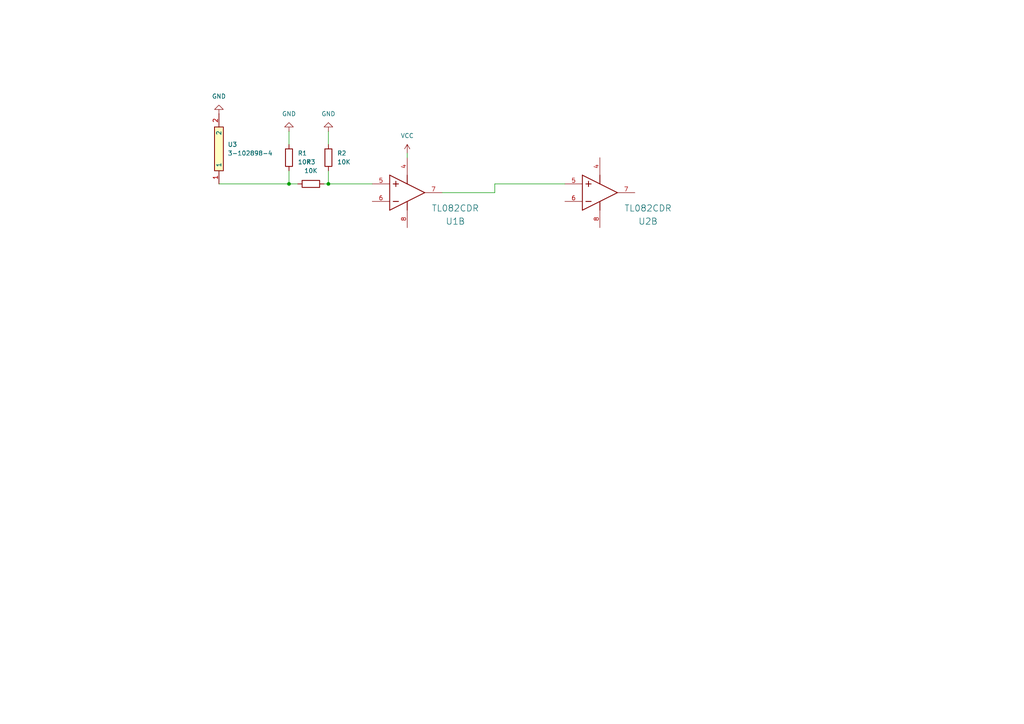
<source format=kicad_sch>
(kicad_sch (version 20250114) (generator "eeschema") (generator_version "9.0")
  (paper "A4")
  (lib_symbols
    (symbol "3-102898-4:3-102898-4" (pin_names (offset 1.0142))
      (property "Reference" "U?" (at 0 7.0357 0))
      (property "Value" "3-102898-4" (at 0 5.2577 0))
      (symbol "3-102898-4_1_1"
        (rectangle (start -6.35 -1.27) (end 6.35 1.27) (stroke (width 0.254)) (fill (type background)))
        (pin passive line (at -10.16 0 0) (length 3.81) (name "1") (number "1"))
        (pin passive line (at 10.16 0 180) (length 3.81) (name "2") (number "2"))
      )
    )
    (symbol "Device:R" (pin_numbers (hide yes)) (pin_names (offset 0))
      (property "Reference" "R" (at 2.032 0 90))
      (property "Value" "R" (at 0 0 90))
      (symbol "R_0_1"
        (rectangle (start -1.016 -2.54) (end 1.016 2.54) (stroke (width 0.254)))
      )
      (symbol "R_1_1"
        (pin passive line (at 0 3.81 270) (length 1.27) (name "~") (number "1"))
        (pin passive line (at 0 -3.81 90) (length 1.27) (name "~") (number "2"))
      )
    )
    (symbol "TL082CDR:TL082CDR"
      (property "Reference" "U" (at -1.27 1.27 0))
      (property "Value" "TL082CDR" (at -1.27 -3.81 0))
      (symbol "TL082CDR_0_0"
        (pin power_in line (at 5.08 5.08 270) (length 5.08) (name "VCC+") (number "8"))
        (pin power_in line (at 5.08 -15.24 90) (length 5.08) (name "VCC-") (number "4"))
      )
      (symbol "TL082CDR_1_0"
        (polyline (pts (xy 0 0) (xy 0 -10.16)) (stroke (width 0.254)))
        (polyline (pts (xy 0 0) (xy 10.16 -5.08)) (stroke (width 0.254)))
        (polyline (pts (xy 0 -10.16) (xy 10.16 -5.08)) (stroke (width 0.254)))
        (polyline (pts (xy 1.016 -2.54) (xy 2.54 -2.54)) (stroke (width 0.254)))
        (polyline (pts (xy 1.016 -7.62) (xy 2.54 -7.62)) (stroke (width 0.254)))
        (polyline (pts (xy 1.778 -6.858) (xy 1.778 -8.382)) (stroke (width 0.254)))
        (polyline (pts (xy 5.08 0) (xy 5.08 -2.54)) (stroke (width 0.254)))
        (polyline (pts (xy 5.08 -7.62) (xy 5.08 -10.16)) (stroke (width 0.254)))
        (pin input line (at -5.08 -2.54 0) (length 5.08) (name "IN1-") (number "2"))
        (pin input line (at -5.08 -7.62 0) (length 5.08) (name "IN1+") (number "3"))
        (pin output line (at 15.24 -5.08 180) (length 5.08) (name "OUT1") (number "1"))
      )
      (symbol "TL082CDR_2_0"
        (polyline (pts (xy 0 0) (xy 0 -10.16)) (stroke (width 0.254)))
        (polyline (pts (xy 0 0) (xy 10.16 -5.08)) (stroke (width 0.254)))
        (polyline (pts (xy 0 -10.16) (xy 10.16 -5.08)) (stroke (width 0.254)))
        (polyline (pts (xy 1.016 -2.54) (xy 2.54 -2.54)) (stroke (width 0.254)))
        (polyline (pts (xy 1.016 -7.62) (xy 2.54 -7.62)) (stroke (width 0.254)))
        (polyline (pts (xy 1.778 -6.858) (xy 1.778 -8.382)) (stroke (width 0.254)))
        (polyline (pts (xy 5.08 0) (xy 5.08 -2.54)) (stroke (width 0.254)))
        (polyline (pts (xy 5.08 -7.62) (xy 5.08 -10.16)) (stroke (width 0.254)))
        (pin input line (at -5.08 -2.54 0) (length 5.08) (name "IN2-") (number "6"))
        (pin input line (at -5.08 -7.62 0) (length 5.08) (name "IN2+") (number "5"))
        (pin output line (at 15.24 -5.08 180) (length 5.08) (name "OUT2") (number "7"))
      )
    )
    (symbol "power:GND" (power) (pin_numbers (hide yes)) (pin_names (offset 0) (hide yes))
      (property "Value" "GND" (at 0 -3.81 0))
      (symbol "GND_0_1"
        (polyline (pts (xy 0 0) (xy 0 -1.27) (xy 1.27 -1.27) (xy 0 -2.54) (xy -1.27 -1.27) (xy 0 -1.27)))
      )
      (symbol "GND_1_1"
        (pin power_in line (at 0 0 270) (length 0) (name "~") (number "1"))
      )
    )
    (symbol "power:VCC" (power) (pin_numbers (hide yes)) (pin_names (offset 0) (hide yes))
      (property "Value" "VCC" (at 0 3.556 0))
      (symbol "VCC_0_1"
        (polyline (pts (xy -0.762 1.27) (xy 0 2.54)))
        (polyline (pts (xy 0 2.54) (xy 0.762 1.27)))
        (polyline (pts (xy 0 0) (xy 0 2.54)))
      )
      (symbol "VCC_1_1"
        (pin power_in line (at 0 0 90) (length 0) (name "~") (number "1"))
      )
    )
  )
  (junction (at 83.82 53.34))
  (junction (at 95.25 53.34))
  (wire (pts (xy 95.25 53.34) (xy 95.25 49.53)))
  (wire (pts (xy 83.82 53.34) (xy 86.36 53.34)))
  (wire (pts (xy 83.82 49.53) (xy 83.82 53.34)))
  (wire (pts (xy 93.98 53.34) (xy 95.25 53.34)))
  (wire (pts (xy 95.25 38.1) (xy 95.25 41.91)))
  (wire (pts (xy 83.82 38.1) (xy 83.82 41.91)))
  (wire (pts (xy 143.51 55.88) (xy 143.51 53.34)))
  (wire (pts (xy 118.11 44.45) (xy 118.11 45.72)))
  (wire (pts (xy 143.51 53.34) (xy 163.83 53.34)))
  (wire (pts (xy 107.95 53.34) (xy 95.25 53.34)))
  (wire (pts (xy 63.5 53.34) (xy 83.82 53.34)))
  (wire (pts (xy 143.51 55.88) (xy 128.27 55.88)))
  (symbol (lib_id "power:GND") (at 63.5 33.02 180) (unit 1)
    (property "Reference" "#PWR04" (effects (hide yes)))
    (property "Value" "GND" (at 63.5 27.94 0))
    (property "Description" "Power symbol creates a global label with name \"GND\" , ground" (effects (hide yes)))
  )
  (symbol (lib_id "TL082CDR:TL082CDR") (at 168.91 60.96 0) (mirror x) (unit 2)
    (property "Reference" "U2" (at 187.96 64.2052 0) (effects (font (size 1.8288 1.8288))))
    (property "Value" "TL082CDR" (at 187.96 60.3952 0) (effects (font (size 1.8288 1.8288))))
    (property "Footprint" "kicad_api_lib:TL082CDR" (effects (hide yes)))
    (property "Datasheet" "http://file.elecfans.com/web1/M00/9F/0A/o4YBAF1BW0WAXENQACfs4zQbQZM078.pdf?filename=o4YBAF1BW0WAXENQACfs4zQbQZM078.pdf" (effects (hide yes)))
    (property "Description" "JFET-Input Operational Amplifier, 7 to 36 V, 0 to 70 degC, 8-pin SOIC (D8), Green (RoHS & no Sb/Br)" (effects (hide yes)))
    (property "MPN" "TL082CDR" (effects (hide yes)))
    (property "Manufacturer" "Texas Instruments (TI)" (effects (hide yes)))
    (property "amplifier_type" "J-FET" (effects (hide yes)))
    (property "bandwidth" "3 MHz" (effects (hide yes)))
    (property "body_length" "4.9 mm" (effects (hide yes)))
    (property "body_width" "3.91 mm" (effects (hide yes)))
    (property "cmrr" "70 dB" (effects (hide yes)))
    (property "contact_plating" "Gold" (effects (hide yes)))
    (property "gain_bandwidth_product" "3 MHz" (effects (hide yes)))
    (property "height" "1.58 mm" (effects (hide yes)))
    (property "huaqiu_pn" "G0034262" (effects (hide yes)))
    (property "input_bias_current" "400 pA" (effects (hide yes)))
    (property "input_offset_voltage" "15 mV" (effects (hide yes)))
    (property "io_voltage" "15 mV" (effects (hide yes)))
    (property "iq_per_channel" "1.4 mA" (effects (hide yes)))
    (property "lead_free" "Lead Free" (effects (hide yes)))
    (property "mount" "SMT" (effects (hide yes)))
    (property "number_of_amplifiers" "2" (effects (hide yes)))
    (property "number_of_channels" "2" (effects (hide yes)))
    (property "number_of_circuits" "2" (effects (hide yes)))
    (property "number_of_elements" "2" (effects (hide yes)))
    (property "operating_temperature" "70 °C" (effects (hide yes)))
    (property "package" "SOIC-8" (effects (hide yes)))
    (property "package_quantity" "1" (effects (hide yes)))
    (property "packaging" "Tape and Reel" (effects (hide yes)))
    (property "pins" "8" (effects (hide yes)))
    (property "power_dissipation" "680 mW" (effects (hide yes)))
    (property "power_supply_rejection_ratio" "70 dB" (effects (hide yes)))
    (property "radiation_hardening" "No" (effects (hide yes)))
    (property "reach_svhc_compliant" "No SVHC" (effects (hide yes)))
    (property "slew_rate" "13 V/µs" (effects (hide yes)))
    (property "supply_current" "1.4 mA, 5.6 mA" (effects (hide yes)))
    (property "supply_voltage" "3.5 V" (effects (hide yes)))
    (property "voltage_gain" "106.02 dB" (effects (hide yes)))
  )
  (symbol (lib_id "power:GND") (at 95.25 38.1 180) (unit 1)
    (property "Reference" "#PWR02" (effects (hide yes)))
    (property "Value" "GND" (at 95.25 33.02 0))
    (property "Description" "Power symbol creates a global label with name \"GND\" , ground" (effects (hide yes)))
  )
  (symbol (lib_id "Device:R") (at 95.25 45.72 180) (unit 1)
    (property "Reference" "R2" (at 97.79 44.4499 0) (effects (justify right)))
    (property "Value" "10K" (at 97.79 46.9899 0) (effects (justify right)))
    (property "Footprint" "Resistor_SMD:R_01005_0402Metric" (effects (hide yes)))
    (property "Description" "Resistor" (effects (hide yes)))
  )
  (symbol (lib_id "Device:R") (at 90.17 53.34 270) (unit 1)
    (property "Reference" "R3" (at 90.17 46.99 90))
    (property "Value" "10K" (at 90.17 49.53 90))
    (property "Footprint" "Resistor_SMD:R_01005_0402Metric" (effects (hide yes)))
    (property "Description" "Resistor" (effects (hide yes)))
  )
  (symbol (lib_id "TL082CDR:TL082CDR") (at 113.03 60.96 0) (mirror x) (unit 2)
    (property "Reference" "U1" (at 132.08 64.2052 0) (effects (font (size 1.8288 1.8288))))
    (property "Value" "TL082CDR" (at 132.08 60.3952 0) (effects (font (size 1.8288 1.8288))))
    (property "Footprint" "kicad_api_lib:TL082CDR" (effects (hide yes)))
    (property "Datasheet" "http://file.elecfans.com/web1/M00/9F/0A/o4YBAF1BW0WAXENQACfs4zQbQZM078.pdf?filename=o4YBAF1BW0WAXENQACfs4zQbQZM078.pdf" (effects (hide yes)))
    (property "Description" "JFET-Input Operational Amplifier, 7 to 36 V, 0 to 70 degC, 8-pin SOIC (D8), Green (RoHS & no Sb/Br)" (effects (hide yes)))
    (property "MPN" "TL082CDR" (effects (hide yes)))
    (property "Manufacturer" "Texas Instruments (TI)" (effects (hide yes)))
    (property "amplifier_type" "J-FET" (effects (hide yes)))
    (property "bandwidth" "3 MHz" (effects (hide yes)))
    (property "body_length" "4.9 mm" (effects (hide yes)))
    (property "body_width" "3.91 mm" (effects (hide yes)))
    (property "cmrr" "70 dB" (effects (hide yes)))
    (property "contact_plating" "Gold" (effects (hide yes)))
    (property "gain_bandwidth_product" "3 MHz" (effects (hide yes)))
    (property "height" "1.58 mm" (effects (hide yes)))
    (property "huaqiu_pn" "G0034262" (effects (hide yes)))
    (property "input_bias_current" "400 pA" (effects (hide yes)))
    (property "input_offset_voltage" "15 mV" (effects (hide yes)))
    (property "io_voltage" "15 mV" (effects (hide yes)))
    (property "iq_per_channel" "1.4 mA" (effects (hide yes)))
    (property "lead_free" "Lead Free" (effects (hide yes)))
    (property "mount" "SMT" (effects (hide yes)))
    (property "number_of_amplifiers" "2" (effects (hide yes)))
    (property "number_of_channels" "2" (effects (hide yes)))
    (property "number_of_circuits" "2" (effects (hide yes)))
    (property "number_of_elements" "2" (effects (hide yes)))
    (property "operating_temperature" "70 °C" (effects (hide yes)))
    (property "package" "SOIC-8" (effects (hide yes)))
    (property "package_quantity" "1" (effects (hide yes)))
    (property "packaging" "Tape and Reel" (effects (hide yes)))
    (property "pins" "8" (effects (hide yes)))
    (property "power_dissipation" "680 mW" (effects (hide yes)))
    (property "power_supply_rejection_ratio" "70 dB" (effects (hide yes)))
    (property "radiation_hardening" "No" (effects (hide yes)))
    (property "reach_svhc_compliant" "No SVHC" (effects (hide yes)))
    (property "slew_rate" "13 V/µs" (effects (hide yes)))
    (property "supply_current" "1.4 mA, 5.6 mA" (effects (hide yes)))
    (property "supply_voltage" "3.5 V" (effects (hide yes)))
    (property "voltage_gain" "106.02 dB" (effects (hide yes)))
  )
  (symbol (lib_id "power:VCC") (at 118.11 44.45 0) (unit 1)
    (property "Reference" "#PWR01" (effects (hide yes)))
    (property "Value" "VCC" (at 118.11 39.37 0))
    (property "Description" "Power symbol creates a global label with name \"VCC\"" (effects (hide yes)))
  )
  (symbol (lib_id "3-102898-4:3-102898-4") (at 63.5 43.18 90) (unit 1)
    (property "Reference" "U3" (at 66.04 41.9099 90) (effects (justify right)))
    (property "Value" "3-102898-4" (at 66.04 44.4499 90) (effects (justify right)))
    (property "Footprint" "kicad_api_lib:3-102898-4" (effects (hide yes)))
    (property "Datasheet" "http://file.elecfans.com/web2/M00/61/A6/poYBAGL8XxKARCZIAANRd0yCoGI168.pdf" (effects (hide yes)))
    (property "Description" "02 MODII HDR SRST UNSHRD A/PIN" (effects (hide yes)))
    (property "MPN" "3-102898-4" (effects (hide yes)))
    (property "Manufacturer" "TE Connectivity (Tyco Electronics)" (effects (hide yes)))
    (property "ELV" "Non-Compliant" (effects (hide yes)))
    (property "body_length" "4.67 mm" (effects (hide yes)))
    (property "body_width" "2.34 mm" (effects (hide yes)))
    (property "circluar_pins_square_pins" "方针" (effects (hide yes)))
    (property "colour" "黑色" (effects (hide yes)))
    (property "conn_orientation" "Straight, Vertical " (effects (hide yes)))
    (property "connector_pitch" "6.35 mm" (effects (hide yes)))
    (property "connector_type" "Male Pin" (effects (hide yes)))
    (property "contact_material" "铜合金" (effects (hide yes)))
    (property "contact_mating_length" "0.32 in" (effects (hide yes)))
    (property "contact_plating" "锡" (effects (hide yes)))
    (property "contact_type" "Pin " (effects (hide yes)))
    (property "current_rating" "3 A" (effects (hide yes)))
    (property "depth" "2.34 mm" (effects (hide yes)))
    (property "flammability_rating" "UL94 V-0" (effects (hide yes)))
    (property "gender" "Male" (effects (hide yes)))
    (property "height" "2.29 mm" (effects (hide yes)))
    (property "housing_colour" "Black" (effects (hide yes)))
    (property "housing_material" "Thermoplastic " (effects (hide yes)))
    (property "huaqiu_pn" "G3349731" (effects (hide yes)))
    (property "insulation_resistance" "5000 MΩ" (effects (hide yes)))
    (property "lead_free" "Contains Lead" (effects (hide yes)))
    (property "lead_length" "8.13 mm" (effects (hide yes)))
    (property "mount" "Through Hole - Press-Fit " (effects (hide yes)))
    (property "number_of_contacts" "2" (effects (hide yes)))
    (property "number_of_poles" "2" (effects (hide yes)))
    (property "number_of_positions" "2" (effects (hide yes)))
    (property "number_of_rows" "1" (effects (hide yes)))
    (property "operating_temperature" "-55 °C" (effects (hide yes)))
    (property "package" "插件,P=2.54mm" (effects (hide yes)))
    (property "package_quantity" "500" (effects (hide yes)))
    (property "packaging" "Bulk" (effects (hide yes)))
    (property "pins" "2" (effects (hide yes)))
    (property "pitch" "0.1 in" (effects (hide yes)))
    (property "post_length" "6.35 mm, 8.13 mm" (effects (hide yes)))
    (property "radiation_hardening" "No" (effects (hide yes)))
    (property "row_spacing" "2.54 mm" (effects (hide yes)))
    (property "shape" "Straight" (effects (hide yes)))
    (property "termination" "Press Fit" (effects (hide yes)))
  )
  (symbol (lib_id "power:GND") (at 83.82 38.1 180) (unit 1)
    (property "Reference" "#PWR03" (effects (hide yes)))
    (property "Value" "GND" (at 83.82 33.02 0))
    (property "Description" "Power symbol creates a global label with name \"GND\" , ground" (effects (hide yes)))
  )
  (symbol (lib_id "Device:R") (at 83.82 45.72 180) (unit 1)
    (property "Reference" "R1" (at 86.36 44.4499 0) (effects (justify right)))
    (property "Value" "10K" (at 86.36 46.9899 0) (effects (justify right)))
    (property "Footprint" "Resistor_SMD:R_01005_0402Metric" (effects (hide yes)))
    (property "Description" "Resistor" (effects (hide yes)))
  )
)
</source>
